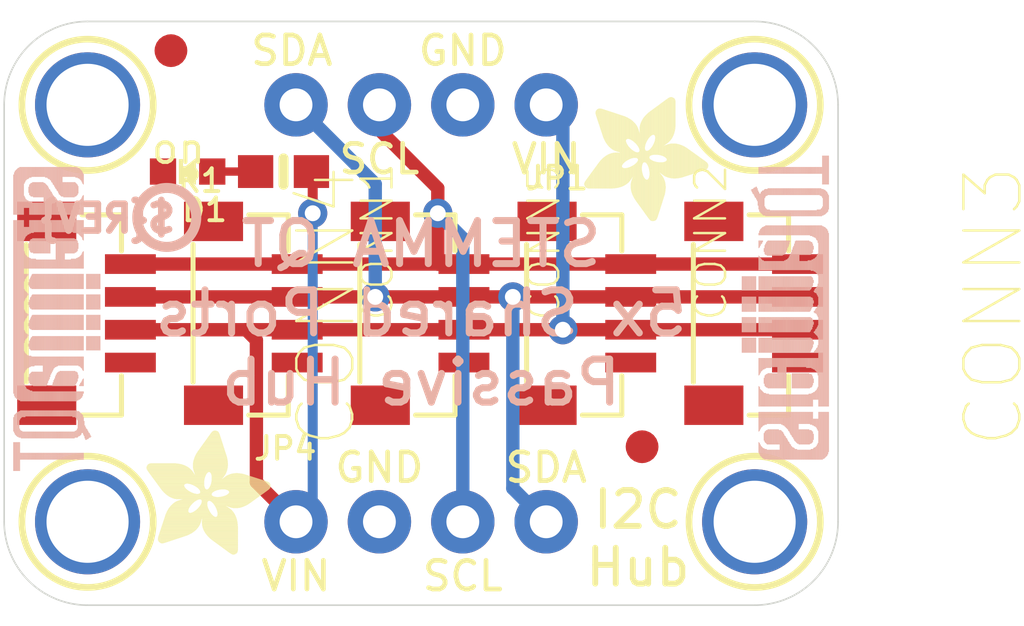
<source format=kicad_pcb>
(kicad_pcb (version 20241229) (generator "pcbnew") (generator_version "9.0")
  (layers (0 "F.Cu" signal) (2 "B.Cu" signal) (13 "F.Paste" user) (15 "B.Paste" user) (5 "F.SilkS" user "F.Silkscreen") (7 "B.SilkS" user "B.Silkscreen") (1 "F.Mask" user) (3 "B.Mask" user) (25 "Edge.Cuts" user))
  (net 0 "")
  (net 1 "GND")
  (net 2 "SDA")
  (net 3 "SCL")
  (net 4 "VCC")
  (net 5 "N$1")
  (footprint "FIDUCIAL_1MM" (layer "F.Cu") (at 140.8811 97.0026)
    (property "Reference" "FID4" (hide yes))
    (property "Value" "FIDUCIAL_1MM" (hide yes))
    (pad "1" smd roundrect (at 0 0) (size 1 1) (layers "F.Cu" "F.Mask") (roundrect_rratio 0.5))
  )
  (footprint "JST_SH4_RA" (layer "F.Cu") (at 159.0421 105.0036 -90)
    (property "Reference" "CONN3" (at -4.6 -5.9 90) (layer "F.SilkS") (effects (font (size 1.703222 1.703222) (thickness 0.074778)) (justify right top)))
    (property "Value" "STEMMA_I2C_QTRA" (hide yes))
    (pad "1" smd rect (at 1.5 -0.924 180) (size 1.55 0.6) (layers "F.Cu" "F.Mask" "F.Paste") (net 1 "GND"))
    (pad "2" smd rect (at 0.5 -0.924 180) (size 1.55 0.6) (layers "F.Cu" "F.Mask" "F.Paste") (net 4 "VCC"))
    (pad "3" smd rect (at -0.5 -0.924 180) (size 1.55 0.6) (layers "F.Cu" "F.Mask" "F.Paste") (net 2 "SDA"))
    (pad "4" smd rect (at -1.5 -0.924 180) (size 1.55 0.6) (layers "F.Cu" "F.Mask" "F.Paste") (net 3 "SCL"))
    (pad "MT1" smd rect (at -2.8 1.6242) (size 1.8 1.2) (layers "F.Cu" "F.Mask" "F.Paste") (net 1 "GND"))
    (pad "MT2" smd rect (at 2.8 1.6242) (size 1.8 1.2) (layers "F.Cu" "F.Mask" "F.Paste") (net 1 "GND"))
  )
  (footprint "MOUNTINGHOLE_2.5_PLATED" (layer "F.Cu") (at 138.3411 98.6536)
    (property "Reference" "U$1" (hide yes))
    (property "Value" "MOUNTINGHOLE2.5" (hide yes))
    (pad "P$1" thru_hole circle (at 0 0) (size 3.2 3.2) (drill 2.5) (layers "*.Cu" "*.Mask"))
  )
  (footprint "FIDUCIAL_1MM" (layer "F.Cu") (at 155.2321 109.0676)
    (property "Reference" "FID3" (hide yes))
    (property "Value" "FIDUCIAL_1MM" (hide yes))
    (pad "1" smd roundrect (at 0 0) (size 1 1) (layers "F.Cu" "F.Mask") (roundrect_rratio 0.5))
  )
  (footprint "CHIPLED_0603_NOOUTLINE" (layer "F.Cu") (at 141.3891 100.6856 90)
    (property "Reference" "D1" (at -0.762 1.27 0) (layer "F.SilkS") (effects (font (size 0.692831 0.692831) (thickness 0.119969)) (justify right top)))
    (property "Value" "GREEN")
    (pad "A" smd rect (at 0 0.75 90) (size 0.8 0.8) (layers "F.Cu" "F.Mask" "F.Paste") (net 5 "N$1"))
    (pad "C" smd rect (at 0 -0.75 90) (size 0.8 0.8) (layers "F.Cu" "F.Mask" "F.Paste") (net 1 "GND"))
  )
  (footprint "1X04_ROUND_76" (layer "F.Cu") (at 148.5011 98.6536 180)
    (property "Reference" "JP1" (at -5.1562 -1.8288 0) (layer "F.SilkS") (effects (font (size 0.692831 0.692831) (thickness 0.119969)) (justify right top)))
    (property "Value" "")
    (pad "1" thru_hole circle (at -3.81 0 270) (size 1.9304 1.9304) (drill 1) (layers "*.Cu" "*.Mask") (net 4 "VCC"))
    (pad "2" thru_hole circle (at -1.27 0 270) (size 1.9304 1.9304) (drill 1) (layers "*.Cu" "*.Mask") (net 1 "GND"))
    (pad "3" thru_hole circle (at 1.27 0 270) (size 1.9304 1.9304) (drill 1) (layers "*.Cu" "*.Mask") (net 3 "SCL"))
    (pad "4" thru_hole circle (at 3.81 0 270) (size 1.9304 1.9304) (drill 1) (layers "*.Cu" "*.Mask") (net 2 "SDA"))
  )
  (footprint "JST_SH4_RA" (layer "F.Cu") (at 148.8821 105.0036 -90)
    (property "Reference" "CONN5" (at -4.6 -2.814 90) (layer "F.SilkS") (effects (font (size 0.941222 0.941222) (thickness 0.074778)) (justify right top)))
    (property "Value" "STEMMA_I2C_QTRA")
    (pad "1" smd rect (at 1.5 -0.924 180) (size 1.55 0.6) (layers "F.Cu" "F.Mask" "F.Paste") (net 1 "GND"))
    (pad "2" smd rect (at 0.5 -0.924 180) (size 1.55 0.6) (layers "F.Cu" "F.Mask" "F.Paste") (net 4 "VCC"))
    (pad "3" smd rect (at -0.5 -0.924 180) (size 1.55 0.6) (layers "F.Cu" "F.Mask" "F.Paste") (net 2 "SDA"))
    (pad "4" smd rect (at -1.5 -0.924 180) (size 1.55 0.6) (layers "F.Cu" "F.Mask" "F.Paste") (net 3 "SCL"))
    (pad "MT1" smd rect (at -2.8 1.6242) (size 1.8 1.2) (layers "F.Cu" "F.Mask" "F.Paste") (net 1 "GND"))
    (pad "MT2" smd rect (at 2.8 1.6242) (size 1.8 1.2) (layers "F.Cu" "F.Mask" "F.Paste") (net 1 "GND"))
  )
  (footprint "JST_SH4_RA" (layer "F.Cu") (at 143.8021 105.0036 -90)
    (property "Reference" "CONN1" (at -4.6 -2.814 90) (layer "F.SilkS") (effects (font (size 0.941222 0.941222) (thickness 0.074778)) (justify right top)))
    (property "Value" "STEMMA_I2C_QTRA")
    (pad "1" smd rect (at 1.5 -0.924 180) (size 1.55 0.6) (layers "F.Cu" "F.Mask" "F.Paste") (net 1 "GND"))
    (pad "2" smd rect (at 0.5 -0.924 180) (size 1.55 0.6) (layers "F.Cu" "F.Mask" "F.Paste") (net 4 "VCC"))
    (pad "3" smd rect (at -0.5 -0.924 180) (size 1.55 0.6) (layers "F.Cu" "F.Mask" "F.Paste") (net 2 "SDA"))
    (pad "4" smd rect (at -1.5 -0.924 180) (size 1.55 0.6) (layers "F.Cu" "F.Mask" "F.Paste") (net 3 "SCL"))
    (pad "MT1" smd rect (at -2.8 1.6242) (size 1.8 1.2) (layers "F.Cu" "F.Mask" "F.Paste") (net 1 "GND"))
    (pad "MT2" smd rect (at 2.8 1.6242) (size 1.8 1.2) (layers "F.Cu" "F.Mask" "F.Paste") (net 1 "GND"))
  )
  (footprint "1X04_ROUND_76" (layer "F.Cu") (at 148.5011 111.3536)
    (property "Reference" "JP4" (at -5.1562 -1.8288 0) (layer "F.SilkS") (effects (font (size 0.692831 0.692831) (thickness 0.119969)) (justify left bottom)))
    (property "Value" "")
    (pad "1" thru_hole circle (at -3.81 0 90) (size 1.9304 1.9304) (drill 1) (layers "*.Cu" "*.Mask") (net 4 "VCC"))
    (pad "2" thru_hole circle (at -1.27 0 90) (size 1.9304 1.9304) (drill 1) (layers "*.Cu" "*.Mask") (net 1 "GND"))
    (pad "3" thru_hole circle (at 1.27 0 90) (size 1.9304 1.9304) (drill 1) (layers "*.Cu" "*.Mask") (net 3 "SCL"))
    (pad "4" thru_hole circle (at 3.81 0 90) (size 1.9304 1.9304) (drill 1) (layers "*.Cu" "*.Mask") (net 2 "SDA"))
  )
  (footprint "MOUNTINGHOLE_2.5_PLATED" (layer "F.Cu") (at 138.3411 111.3536)
    (property "Reference" "U$19" (hide yes))
    (property "Value" "MOUNTINGHOLE2.5" (hide yes))
    (pad "P$1" thru_hole circle (at 0 0) (size 3.2 3.2) (drill 2.5) (layers "*.Cu" "*.Mask"))
  )
  (footprint "ADAFRUIT_3.5MM" (layer "F.Cu") (at 140.1191 112.3696)
    (property "Reference" "U$2" (hide yes))
    (property "Value" "" (hide yes))
  )
  (footprint "ADAFRUIT_3.5MM" (layer "F.Cu") (at 153.4541 98.3996 -90)
    (property "Reference" "U$3" (hide yes))
    (property "Value" "" (hide yes))
  )
  (footprint "MOUNTINGHOLE_2.5_PLATED" (layer "F.Cu") (at 158.6611 111.3536)
    (property "Reference" "U$21" (hide yes))
    (property "Value" "MOUNTINGHOLE2.5" (hide yes))
    (pad "P$1" thru_hole circle (at 0 0) (size 3.2 3.2) (drill 2.5) (layers "*.Cu" "*.Mask"))
  )
  (footprint "0603-NO" (layer "F.Cu") (at 144.3101 100.6856 180)
    (property "Reference" "R1" (at 1.778 0.127 0) (layer "F.SilkS") (effects (font (size 0.692831 0.692831) (thickness 0.119969)) (justify right top)))
    (property "Value" "10K")
    (pad "1" smd rect (at -0.85 0 180) (size 1.075 1) (layers "F.Cu" "F.Mask" "F.Paste") (net 4 "VCC"))
    (pad "2" smd rect (at 0.85 0 180) (size 1.075 1) (layers "F.Cu" "F.Mask" "F.Paste") (net 5 "N$1"))
  )
  (footprint "JST_SH4_RA" (layer "F.Cu") (at 138.7221 105.0036 -90)
    (property "Reference" "CONN4" (at -4.6 -5.9 90) (layer "F.SilkS") (effects (font (size 1.703222 1.703222) (thickness 0.074778)) (justify right top)))
    (property "Value" "STEMMA_I2C_QTRA" (hide yes))
    (pad "1" smd rect (at 1.5 -0.924 180) (size 1.55 0.6) (layers "F.Cu" "F.Mask" "F.Paste") (net 1 "GND"))
    (pad "2" smd rect (at 0.5 -0.924 180) (size 1.55 0.6) (layers "F.Cu" "F.Mask" "F.Paste") (net 4 "VCC"))
    (pad "3" smd rect (at -0.5 -0.924 180) (size 1.55 0.6) (layers "F.Cu" "F.Mask" "F.Paste") (net 2 "SDA"))
    (pad "4" smd rect (at -1.5 -0.924 180) (size 1.55 0.6) (layers "F.Cu" "F.Mask" "F.Paste") (net 3 "SCL"))
    (pad "MT1" smd rect (at -2.8 1.6242) (size 1.8 1.2) (layers "F.Cu" "F.Mask" "F.Paste") (net 1 "GND"))
    (pad "MT2" smd rect (at 2.8 1.6242) (size 1.8 1.2) (layers "F.Cu" "F.Mask" "F.Paste") (net 1 "GND"))
  )
  (footprint "MOUNTINGHOLE_2.5_PLATED" (layer "F.Cu") (at 158.6611 98.6536)
    (property "Reference" "U$17" (hide yes))
    (property "Value" "MOUNTINGHOLE2.5" (hide yes))
    (pad "P$1" thru_hole circle (at 0 0) (size 3.2 3.2) (drill 2.5) (layers "*.Cu" "*.Mask"))
  )
  (footprint "JST_SH4_RA" (layer "F.Cu") (at 153.9621 105.0036 -90)
    (property "Reference" "CONN2" (at -4.6 -2.814 90) (layer "F.SilkS") (effects (font (size 0.941222 0.941222) (thickness 0.074778)) (justify right top)))
    (property "Value" "STEMMA_I2C_QTRA")
    (pad "1" smd rect (at 1.5 -0.924 180) (size 1.55 0.6) (layers "F.Cu" "F.Mask" "F.Paste") (net 1 "GND"))
    (pad "2" smd rect (at 0.5 -0.924 180) (size 1.55 0.6) (layers "F.Cu" "F.Mask" "F.Paste") (net 4 "VCC"))
    (pad "3" smd rect (at -0.5 -0.924 180) (size 1.55 0.6) (layers "F.Cu" "F.Mask" "F.Paste") (net 2 "SDA"))
    (pad "4" smd rect (at -1.5 -0.924 180) (size 1.55 0.6) (layers "F.Cu" "F.Mask" "F.Paste") (net 3 "SCL"))
    (pad "MT1" smd rect (at -2.8 1.6242) (size 1.8 1.2) (layers "F.Cu" "F.Mask" "F.Paste") (net 1 "GND"))
    (pad "MT2" smd rect (at 2.8 1.6242) (size 1.8 1.2) (layers "F.Cu" "F.Mask" "F.Paste") (net 1 "GND"))
  )
  (footprint "PCBFEAT-REV-040" (layer "B.Cu") (at 140.7541 102.0826 180)
    (property "Reference" "U$25" (hide yes))
    (property "Value" "" (hide yes))
    (fp_text user "${REV}" (at -0.3556 -0.508 0) (layer "B.SilkS") (effects (font (size 0.8128 0.8128) (thickness 0.2032)) (justify left bottom mirror)))
  )
  (footprint "STEMMAQT" (layer "B.Cu") (at 158.2801 109.4486 90)
    (property "Reference" "U$30" (hide yes))
    (property "Value" "" (hide yes))
  )
  (footprint "STEMMAQT" (layer "B.Cu") (at 138.7221 100.5586 -90)
    (property "Reference" "U$31" (hide yes))
    (property "Value" "" (hide yes))
  )
  (gr_arc (start 135.8011 98.6536) (mid 136.545049 96.857549) (end 138.3411 96.1136) (stroke (width 0.05)) (layer "Edge.Cuts"))
  (gr_line (start 158.6611 96.1136) (end 138.3411 96.1136) (stroke (width 0.05)) (layer "Edge.Cuts"))
  (gr_line (start 138.3411 113.8936) (end 158.6611 113.8936) (stroke (width 0.05)) (layer "Edge.Cuts"))
  (gr_arc (start 158.6611 96.1136) (mid 160.457151 96.857549) (end 161.2011 98.6536) (stroke (width 0.05)) (layer "Edge.Cuts"))
  (gr_arc (start 161.2011 111.3536) (mid 160.457151 113.149651) (end 158.6611 113.8936) (stroke (width 0.05)) (layer "Edge.Cuts"))
  (gr_line (start 161.2011 111.3536) (end 161.2011 98.6536) (stroke (width 0.05)) (layer "Edge.Cuts"))
  (gr_arc (start 138.3411 113.8936) (mid 136.545049 113.149651) (end 135.8011 111.3536) (stroke (width 0.05)) (layer "Edge.Cuts"))
  (gr_line (start 135.8011 98.6536) (end 135.8011 111.3536) (stroke (width 0.05)) (layer "Edge.Cuts"))
  (gr_text "VIN" (at 144.6911 113.0046 0) (layer "F.SilkS") (effects (font (size 0.87376 0.87376) (thickness 0.14224))))
  (gr_text "SDA" (at 144.5641 97.0026 0) (layer "F.SilkS") (effects (font (size 0.87376 0.87376) (thickness 0.14224))))
  (gr_text "GND" (at 147.2311 109.7026 0) (layer "F.SilkS") (effects (font (size 0.87376 0.87376) (thickness 0.14224))))
  (gr_text "SDA" (at 152.3111 109.7026 0) (layer "F.SilkS") (effects (font (size 0.87376 0.87376) (thickness 0.14224))))
  (gr_text "on" (at 140.219296 100.508613 0) (layer "F.SilkS") (effects (font (size 0.89408 0.89408) (thickness 0.12192)) (justify left bottom)))
  (gr_text "SCL" (at 149.7711 113.0046 0) (layer "F.SilkS") (effects (font (size 0.87376 0.87376) (thickness 0.14224))))
  (gr_text "VIN" (at 152.3111 100.3046 0) (layer "F.SilkS") (effects (font (size 0.87376 0.87376) (thickness 0.14224))))
  (gr_text "GND" (at 149.7711 97.0026 0) (layer "F.SilkS") (effects (font (size 0.87376 0.87376) (thickness 0.14224))))
  (gr_text "I2C\nHub" (at 155.1051 111.8616 0) (layer "F.SilkS") (effects (font (size 1.0922 1.0922) (thickness 0.1778))))
  (gr_text "SCL" (at 147.2311 100.3046 0) (layer "F.SilkS") (effects (font (size 0.87376 0.87376) (thickness 0.14224))))
  (gr_text "STEMMA QT\n5x Shared Ports\nPassive Hub" (at 148.5011 105.0036 -0) (layer "B.SilkS") (effects (font (size 1.31064 1.31064) (thickness 0.21336)) (justify mirror)))
  (segment (start 139.6461 104.5036) (end 144.7261 104.5036) (width 0.4064) (layer "F.Cu") (net 2))
  (segment (start 159.9661 104.5036) (end 154.8861 104.5036) (width 0.4064) (layer "F.Cu") (net 2))
  (segment (start 149.8061 104.5036) (end 147.1041 104.5036) (width 0.4064) (layer "F.Cu") (net 2))
  (segment (start 151.2951 104.5036) (end 149.8061 104.5036) (width 0.4064) (layer "F.Cu") (net 2))
  (segment (start 154.8861 104.5036) (end 151.2951 104.5036) (width 0.4064) (layer "F.Cu") (net 2))
  (segment (start 144.7261 104.5036) (end 147.1041 104.5036) (width 0.4064) (layer "F.Cu") (net 2))
  (via (at 151.2951 104.5036) (size 0.889) (drill 0.4826) (layers "F.Cu" "B.Cu") (net 2))
  (via (at 147.1041 104.5036) (size 0.889) (drill 0.4826) (layers "F.Cu" "B.Cu") (net 2))
  (segment (start 151.2951 104.5036) (end 151.2951 110.3376) (width 0.4064) (layer "B.Cu") (net 2))
  (segment (start 147.1041 101.0666) (end 147.1041 104.5036) (width 0.4064) (layer "B.Cu") (net 2))
  (segment (start 152.3111 111.3536) (end 151.2951 110.3376) (width 0.4064) (layer "B.Cu") (net 2))
  (segment (start 144.6911 98.6536) (end 147.1041 101.0666) (width 0.4064) (layer "B.Cu") (net 2))
  (segment (start 149.0091 101.1936) (end 149.0091 101.9556) (width 0.4064) (layer "F.Cu") (net 3))
  (segment (start 147.2311 98.6536) (end 147.2311 99.4156) (width 0.4064) (layer "F.Cu") (net 3))
  (segment (start 147.2311 99.4156) (end 149.0091 101.1936) (width 0.4064) (layer "F.Cu") (net 3))
  (segment (start 144.7261 103.5036) (end 149.0091 103.5036) (width 0.4064) (layer "F.Cu") (net 3))
  (segment (start 149.0091 101.9556) (end 149.0091 103.5036) (width 0.4064) (layer "F.Cu") (net 3))
  (segment (start 149.8061 103.5036) (end 154.8861 103.5036) (width 0.4064) (layer "F.Cu") (net 3))
  (segment (start 139.6461 103.5036) (end 144.7261 103.5036) (width 0.4064) (layer "F.Cu") (net 3))
  (segment (start 154.8861 103.5036) (end 159.9661 103.5036) (width 0.4064) (layer "F.Cu") (net 3))
  (segment (start 149.0091 103.5036) (end 149.8061 103.5036) (width 0.4064) (layer "F.Cu") (net 3))
  (via (at 149.0091 101.9556) (size 0.889) (drill 0.4826) (layers "F.Cu" "B.Cu") (net 3))
  (segment (start 149.7711 102.7176) (end 149.0091 101.9556) (width 0.4064) (layer "B.Cu") (net 3))
  (segment (start 149.7711 111.3536) (end 149.7711 102.7176) (width 0.4064) (layer "B.Cu") (net 3))
  (segment (start 152.8191 105.5036) (end 154.8861 105.5036) (width 0.4064) (layer "F.Cu") (net 4))
  (segment (start 149.8061 105.5036) (end 152.8191 105.5036) (width 0.4064) (layer "F.Cu") (net 4))
  (segment (start 143.4843 105.8208) (end 143.4843 110.1468) (width 0.4064) (layer "F.Cu") (net 4))
  (segment (start 143.4843 110.1468) (end 144.6911 111.3536) (width 0.4064) (layer "F.Cu") (net 4))
  (segment (start 144.7261 105.5036) (end 149.8061 105.5036) (width 0.4064) (layer "F.Cu") (net 4))
  (segment (start 139.6461 105.5036) (end 143.1671 105.5036) (width 0.4064) (layer "F.Cu") (net 4))
  (segment (start 149.8061 105.5036) (end 150.2711 105.5036) (width 0.4064) (layer "F.Cu") (net 4))
  (segment (start 145.1991 100.7246) (end 145.1991 101.9556) (width 0.3048) (layer "F.Cu") (net 4))
  (segment (start 143.1671 105.5036) (end 143.4843 105.8208) (width 0.4064) (layer "F.Cu") (net 4))
  (segment (start 154.8861 105.5036) (end 159.9661 105.5036) (width 0.4064) (layer "F.Cu") (net 4))
  (segment (start 143.1671 105.5036) (end 144.7261 105.5036) (width 0.4064) (layer "F.Cu") (net 4))
  (segment (start 145.1991 100.7246) (end 145.1601 100.6856) (width 0.3048) (layer "F.Cu") (net 4))
  (segment (start 150.2711 105.5036) (end 150.2791 105.5116) (width 0.4064) (layer "F.Cu") (net 4))
  (via (at 152.8191 105.5036) (size 0.889) (drill 0.4826) (layers "F.Cu" "B.Cu") (net 4))
  (via (at 145.1991 101.9556) (size 0.889) (drill 0.4826) (layers "F.Cu" "B.Cu") (net 4))
  (segment (start 144.6911 111.3536) (end 145.1991 110.8456) (width 0.3048) (layer "B.Cu") (net 4))
  (segment (start 145.1991 101.9556) (end 145.1991 110.8456) (width 0.3048) (layer "B.Cu") (net 4))
  (segment (start 152.3111 98.6536) (end 152.8191 99.1616) (width 0.4064) (layer "B.Cu") (net 4))
  (segment (start 152.8191 99.1616) (end 152.8191 105.5036) (width 0.4064) (layer "B.Cu") (net 4))
  (segment (start 143.4601 100.6856) (end 142.1391 100.6856) (width 0.254) (layer "F.Cu") (net 5))
)
</source>
